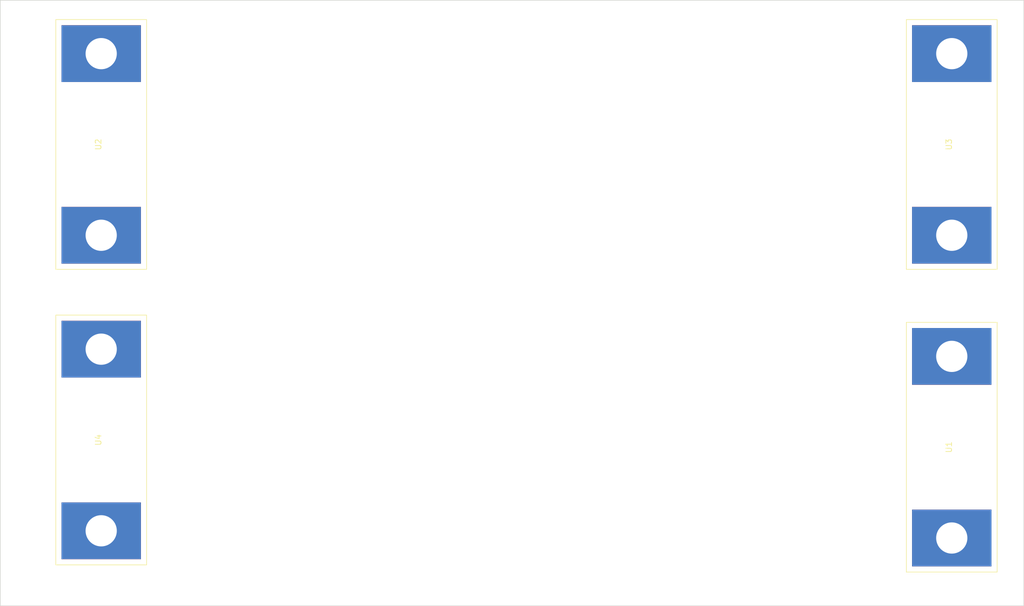
<source format=kicad_pcb>
(kicad_pcb (version 20211014) (generator pcbnew)
  (layers (0 "F.Cu" signal) (31 "B.Cu" signal) (34 "B.Paste" user) (35 "F.Paste" user) (36 "B.SilkS" user "B.Silkscreen") (37 "F.SilkS" user "F.Silkscreen") (38 "B.Mask" user) (39 "F.Mask" user) (44 "Edge.Cuts" user))
  (net 0 "")
  (footprint "MountingEquipment_custom:SK8" (layer "F.Cu") (at 220.98 121.92 90)
    (fp_text reference "U1" (at 0 -0.5 90 unlocked) (layer "F.SilkS"))
    (fp_text value "SK8")
    (fp_rect (start -22 -8) (end 22 8) (layer "F.SilkS") (width 0.12) (fill none))
    (pad "" np_thru_hole custom (at 16 0 90) (size 10 14) (drill 5.5) (layers F&B.Cu *.Mask) (options (clearance outline) (anchor rect)) (primitives))
    (pad "" np_thru_hole custom (at -16 0 90) (size 10 14) (drill 5.5) (layers F&B.Cu *.Mask) (options (clearance outline) (anchor rect)) (primitives))
  )
  (footprint "MountingEquipment_custom:SK8" (layer "F.Cu") (at 71.12 120.65 90)
    (fp_text reference "U4" (at 0 -0.5 90 unlocked) (layer "F.SilkS"))
    (fp_text value "SK8")
    (fp_rect (start -22 -8) (end 22 8) (layer "F.SilkS") (width 0.12) (fill none))
    (pad "" np_thru_hole custom (at -16 0 90) (size 10 14) (drill 5.5) (layers F&B.Cu *.Mask) (options (clearance outline) (anchor rect)) (primitives))
    (pad "" np_thru_hole custom (at 16 0 90) (size 10 14) (drill 5.5) (layers F&B.Cu *.Mask) (options (clearance outline) (anchor rect)) (primitives))
  )
  (footprint "MountingEquipment_custom:SK8" (layer "F.Cu") (at 71.12 68.58 90)
    (fp_text reference "U2" (at 0 -0.5 90 unlocked) (layer "F.SilkS"))
    (fp_text value "SK8")
    (fp_rect (start -22 -8) (end 22 8) (layer "F.SilkS") (width 0.12) (fill none))
    (pad "" np_thru_hole custom (at -16 0 90) (size 10 14) (drill 5.5) (layers F&B.Cu *.Mask) (options (clearance outline) (anchor rect)) (primitives))
    (pad "" np_thru_hole custom (at 16 0 90) (size 10 14) (drill 5.5) (layers F&B.Cu *.Mask) (options (clearance outline) (anchor rect)) (primitives))
  )
  (footprint "MountingEquipment_custom:SK8" (layer "F.Cu") (at 220.98 68.58 90)
    (fp_text reference "U3" (at 0 -0.5 90 unlocked) (layer "F.SilkS"))
    (fp_text value "SK8")
    (fp_rect (start -22 -8) (end 22 8) (layer "F.SilkS") (width 0.12) (fill none))
    (pad "" np_thru_hole custom (at -16 0 90) (size 10 14) (drill 5.5) (layers F&B.Cu *.Mask) (options (clearance outline) (anchor rect)) (primitives))
    (pad "" np_thru_hole custom (at 16 0 90) (size 10 14) (drill 5.5) (layers F&B.Cu *.Mask) (options (clearance outline) (anchor rect)) (primitives))
  )
  (gr_rect (start 53.34 43.18) (end 233.68 149.86) (layer "Edge.Cuts") (width 0.1) (fill none))
)
</source>
